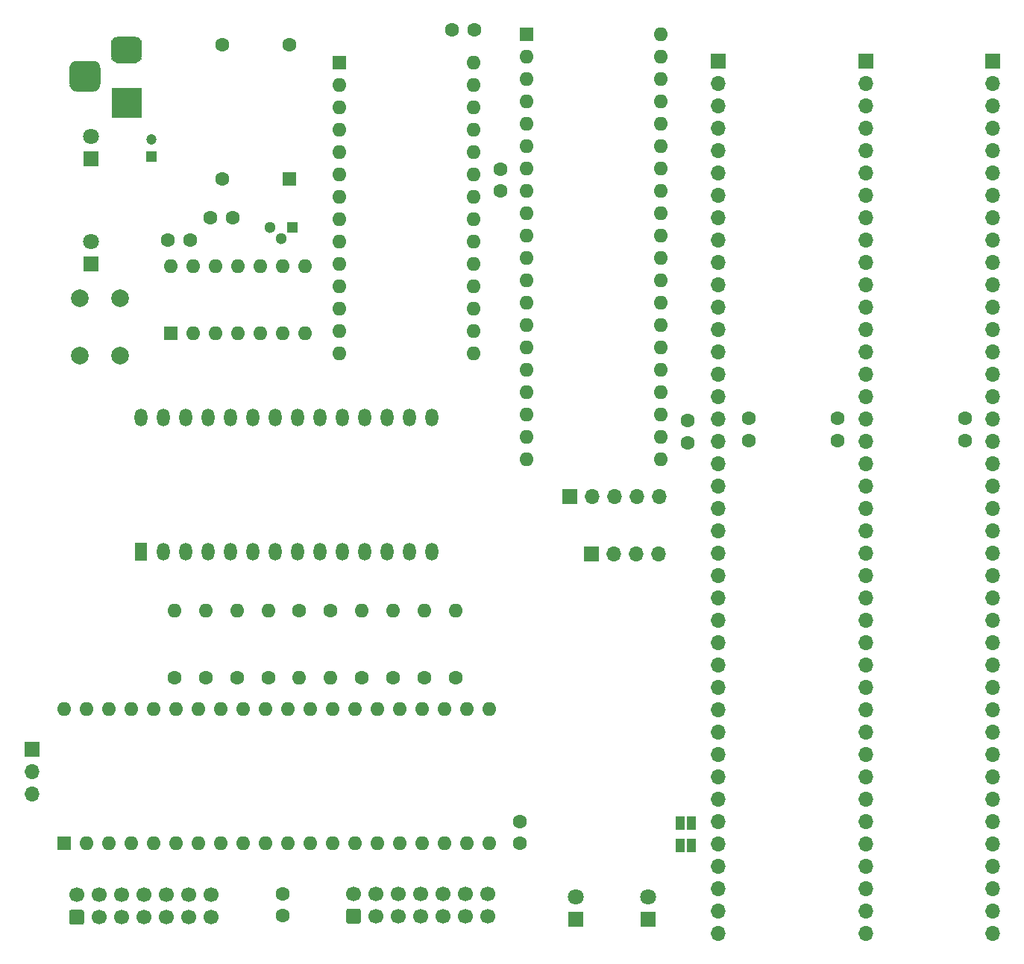
<source format=gbr>
G04 #@! TF.GenerationSoftware,KiCad,Pcbnew,(5.1.10)-1*
G04 #@! TF.CreationDate,2021-08-14T13:08:27-07:00*
G04 #@! TF.ProjectId,be6502x,62653635-3032-4782-9e6b-696361645f70,1*
G04 #@! TF.SameCoordinates,Original*
G04 #@! TF.FileFunction,Soldermask,Top*
G04 #@! TF.FilePolarity,Negative*
%FSLAX46Y46*%
G04 Gerber Fmt 4.6, Leading zero omitted, Abs format (unit mm)*
G04 Created by KiCad (PCBNEW (5.1.10)-1) date 2021-08-14 13:08:27*
%MOMM*%
%LPD*%
G01*
G04 APERTURE LIST*
%ADD10C,1.600000*%
%ADD11C,1.700000*%
%ADD12C,2.000000*%
%ADD13O,1.600000X1.600000*%
%ADD14O,1.700000X1.700000*%
%ADD15R,1.700000X1.700000*%
%ADD16R,1.000000X1.500000*%
%ADD17R,1.600000X1.600000*%
%ADD18R,1.300000X1.300000*%
%ADD19C,1.300000*%
%ADD20O,1.440000X2.000000*%
%ADD21R,1.440000X2.000000*%
%ADD22R,3.500000X3.500000*%
%ADD23C,1.800000*%
%ADD24R,1.800000X1.800000*%
%ADD25C,1.200000*%
%ADD26R,1.200000X1.200000*%
%ADD27C,0.152400*%
G04 APERTURE END LIST*
D10*
X110744000Y-87289000D03*
X110744000Y-89789000D03*
X127762000Y-87035000D03*
X127762000Y-89535000D03*
D11*
X88074500Y-141034000D03*
X85534500Y-141034000D03*
X82994500Y-141034000D03*
X80454500Y-141034000D03*
X77914500Y-141034000D03*
X75374500Y-141034000D03*
X72834500Y-141034000D03*
X88074500Y-143574000D03*
X85534500Y-143574000D03*
X82994500Y-143574000D03*
X80454500Y-143574000D03*
X77914500Y-143574000D03*
X75374500Y-143574000D03*
G36*
G01*
X73434500Y-144424000D02*
X72234500Y-144424000D01*
G75*
G02*
X71984500Y-144174000I0J250000D01*
G01*
X71984500Y-142974000D01*
G75*
G02*
X72234500Y-142724000I250000J0D01*
G01*
X73434500Y-142724000D01*
G75*
G02*
X73684500Y-142974000I0J-250000D01*
G01*
X73684500Y-144174000D01*
G75*
G02*
X73434500Y-144424000I-250000J0D01*
G01*
G37*
X56642000Y-141160000D03*
X54102000Y-141160000D03*
X51562000Y-141160000D03*
X49022000Y-141160000D03*
X46482000Y-141160000D03*
X43942000Y-141160000D03*
X41402000Y-141160000D03*
X56642000Y-143700000D03*
X54102000Y-143700000D03*
X51562000Y-143700000D03*
X49022000Y-143700000D03*
X46482000Y-143700000D03*
X43942000Y-143700000D03*
G36*
G01*
X42002000Y-144550000D02*
X40802000Y-144550000D01*
G75*
G02*
X40552000Y-144300000I0J250000D01*
G01*
X40552000Y-143100000D01*
G75*
G02*
X40802000Y-142850000I250000J0D01*
G01*
X42002000Y-142850000D01*
G75*
G02*
X42252000Y-143100000I0J-250000D01*
G01*
X42252000Y-144300000D01*
G75*
G02*
X42002000Y-144550000I-250000J0D01*
G01*
G37*
D12*
X41803500Y-73383000D03*
X46303500Y-73383000D03*
X41803500Y-79883000D03*
X46303500Y-79883000D03*
D13*
X70223900Y-116459000D03*
D10*
X70223900Y-108839000D03*
D13*
X66682100Y-116459000D03*
D10*
X66682100Y-108839000D03*
D14*
X36322000Y-129731000D03*
X36322000Y-127191000D03*
D15*
X36322000Y-124651000D03*
D16*
X109904000Y-135572000D03*
X111204000Y-135572000D03*
X109904000Y-132969000D03*
X111204000Y-132969000D03*
D14*
X107516000Y-95948500D03*
X104976000Y-95948500D03*
X102436000Y-95948500D03*
X99896000Y-95948500D03*
D15*
X97356000Y-95948500D03*
D14*
X107476000Y-102426000D03*
X104936000Y-102426000D03*
X102396000Y-102426000D03*
D15*
X99856000Y-102426000D03*
D10*
X65532000Y-44640500D03*
X57912000Y-44640500D03*
X57912000Y-59880500D03*
D17*
X65532000Y-59880500D03*
D13*
X52070000Y-69786500D03*
X67310000Y-77406500D03*
X54610000Y-69786500D03*
X64770000Y-77406500D03*
X57150000Y-69786500D03*
X62230000Y-77406500D03*
X59690000Y-69786500D03*
X59690000Y-77406500D03*
X62230000Y-69786500D03*
X57150000Y-77406500D03*
X64770000Y-69786500D03*
X54610000Y-77406500D03*
X67310000Y-69786500D03*
D17*
X52070000Y-77406500D03*
D18*
X65913000Y-65341500D03*
D19*
X63373000Y-65341500D03*
X64643000Y-66611500D03*
D14*
X145381000Y-145542000D03*
X145381000Y-143002000D03*
X145381000Y-140462000D03*
X145381000Y-137922000D03*
X145381000Y-135382000D03*
X145381000Y-132842000D03*
X145381000Y-130302000D03*
X145381000Y-127762000D03*
X145381000Y-125222000D03*
X145381000Y-122682000D03*
X145381000Y-120142000D03*
X145381000Y-117602000D03*
X145381000Y-115062000D03*
X145381000Y-112522000D03*
X145381000Y-109982000D03*
X145381000Y-107442000D03*
X145381000Y-104902000D03*
X145381000Y-102362000D03*
X145381000Y-99822000D03*
X145381000Y-97282000D03*
X145381000Y-94742000D03*
X145381000Y-92202000D03*
X145381000Y-89662000D03*
X145381000Y-87122000D03*
X145381000Y-84582000D03*
X145381000Y-82042000D03*
X145381000Y-79502000D03*
X145381000Y-76962000D03*
X145381000Y-74422000D03*
X145381000Y-71882000D03*
X145381000Y-69342000D03*
X145381000Y-66802000D03*
X145381000Y-64262000D03*
X145381000Y-61722000D03*
X145381000Y-59182000D03*
X145381000Y-56642000D03*
X145381000Y-54102000D03*
X145381000Y-51562000D03*
X145381000Y-49022000D03*
D15*
X145381000Y-46482000D03*
D14*
X130968000Y-145542000D03*
X130968000Y-143002000D03*
X130968000Y-140462000D03*
X130968000Y-137922000D03*
X130968000Y-135382000D03*
X130968000Y-132842000D03*
X130968000Y-130302000D03*
X130968000Y-127762000D03*
X130968000Y-125222000D03*
X130968000Y-122682000D03*
X130968000Y-120142000D03*
X130968000Y-117602000D03*
X130968000Y-115062000D03*
X130968000Y-112522000D03*
X130968000Y-109982000D03*
X130968000Y-107442000D03*
X130968000Y-104902000D03*
X130968000Y-102362000D03*
X130968000Y-99822000D03*
X130968000Y-97282000D03*
X130968000Y-94742000D03*
X130968000Y-92202000D03*
X130968000Y-89662000D03*
X130968000Y-87122000D03*
X130968000Y-84582000D03*
X130968000Y-82042000D03*
X130968000Y-79502000D03*
X130968000Y-76962000D03*
X130968000Y-74422000D03*
X130968000Y-71882000D03*
X130968000Y-69342000D03*
X130968000Y-66802000D03*
X130968000Y-64262000D03*
X130968000Y-61722000D03*
X130968000Y-59182000D03*
X130968000Y-56642000D03*
X130968000Y-54102000D03*
X130968000Y-51562000D03*
X130968000Y-49022000D03*
D15*
X130968000Y-46482000D03*
D13*
X40005000Y-120079000D03*
X88265000Y-135319000D03*
X42545000Y-120079000D03*
X85725000Y-135319000D03*
X45085000Y-120079000D03*
X83185000Y-135319000D03*
X47625000Y-120079000D03*
X80645000Y-135319000D03*
X50165000Y-120079000D03*
X78105000Y-135319000D03*
X52705000Y-120079000D03*
X75565000Y-135319000D03*
X55245000Y-120079000D03*
X73025000Y-135319000D03*
X57785000Y-120079000D03*
X70485000Y-135319000D03*
X60325000Y-120079000D03*
X67945000Y-135319000D03*
X62865000Y-120079000D03*
X65405000Y-135319000D03*
X65405000Y-120079000D03*
X62865000Y-135319000D03*
X67945000Y-120079000D03*
X60325000Y-135319000D03*
X70485000Y-120079000D03*
X57785000Y-135319000D03*
X73025000Y-120079000D03*
X55245000Y-135319000D03*
X75565000Y-120079000D03*
X52705000Y-135319000D03*
X78105000Y-120079000D03*
X50165000Y-135319000D03*
X80645000Y-120079000D03*
X47625000Y-135319000D03*
X83185000Y-120079000D03*
X45085000Y-135319000D03*
X85725000Y-120079000D03*
X42545000Y-135319000D03*
X88265000Y-120079000D03*
D17*
X40005000Y-135319000D03*
D13*
X86423500Y-46609000D03*
X71183500Y-79629000D03*
X86423500Y-49149000D03*
X71183500Y-77089000D03*
X86423500Y-51689000D03*
X71183500Y-74549000D03*
X86423500Y-54229000D03*
X71183500Y-72009000D03*
X86423500Y-56769000D03*
X71183500Y-69469000D03*
X86423500Y-59309000D03*
X71183500Y-66929000D03*
X86423500Y-61849000D03*
X71183500Y-64389000D03*
X86423500Y-64389000D03*
X71183500Y-61849000D03*
X86423500Y-66929000D03*
X71183500Y-59309000D03*
X86423500Y-69469000D03*
X71183500Y-56769000D03*
X86423500Y-72009000D03*
X71183500Y-54229000D03*
X86423500Y-74549000D03*
X71183500Y-51689000D03*
X86423500Y-77089000D03*
X71183500Y-49149000D03*
X86423500Y-79629000D03*
D17*
X71183500Y-46609000D03*
D20*
X81724500Y-86932000D03*
X81724500Y-102172000D03*
X79184500Y-86932000D03*
X79184500Y-102172000D03*
X76644500Y-86932000D03*
X76644500Y-102172000D03*
X74104500Y-86932000D03*
X74104500Y-102172000D03*
X71564500Y-86932000D03*
X71564500Y-102172000D03*
X69024500Y-86932000D03*
X69024500Y-102172000D03*
X66484500Y-86932000D03*
X66484500Y-102172000D03*
X63944500Y-86932000D03*
X63944500Y-102172000D03*
X61404500Y-86932000D03*
X61404500Y-102172000D03*
X58864500Y-86932000D03*
X58864500Y-102172000D03*
X56324500Y-86932000D03*
X56324500Y-102172000D03*
X53784500Y-86932000D03*
X53784500Y-102172000D03*
X51244500Y-86932000D03*
X51244500Y-102172000D03*
X48704500Y-86932000D03*
D21*
X48704500Y-102172000D03*
D13*
X107696000Y-43434000D03*
X92456000Y-91694000D03*
X107696000Y-45974000D03*
X92456000Y-89154000D03*
X107696000Y-48514000D03*
X92456000Y-86614000D03*
X107696000Y-51054000D03*
X92456000Y-84074000D03*
X107696000Y-53594000D03*
X92456000Y-81534000D03*
X107696000Y-56134000D03*
X92456000Y-78994000D03*
X107696000Y-58674000D03*
X92456000Y-76454000D03*
X107696000Y-61214000D03*
X92456000Y-73914000D03*
X107696000Y-63754000D03*
X92456000Y-71374000D03*
X107696000Y-66294000D03*
X92456000Y-68834000D03*
X107696000Y-68834000D03*
X92456000Y-66294000D03*
X107696000Y-71374000D03*
X92456000Y-63754000D03*
X107696000Y-73914000D03*
X92456000Y-61214000D03*
X107696000Y-76454000D03*
X92456000Y-58674000D03*
X107696000Y-78994000D03*
X92456000Y-56134000D03*
X107696000Y-81534000D03*
X92456000Y-53594000D03*
X107696000Y-84074000D03*
X92456000Y-51054000D03*
X107696000Y-86614000D03*
X92456000Y-48514000D03*
X107696000Y-89154000D03*
X92456000Y-45974000D03*
X107696000Y-91694000D03*
D17*
X92456000Y-43434000D03*
D13*
X80849600Y-108839000D03*
D10*
X80849600Y-116459000D03*
D13*
X84391500Y-108839000D03*
D10*
X84391500Y-116459000D03*
D13*
X63140200Y-108839000D03*
D10*
X63140200Y-116459000D03*
D13*
X56056400Y-108839000D03*
D10*
X56056400Y-116459000D03*
D13*
X52514500Y-108839000D03*
D10*
X52514500Y-116459000D03*
D13*
X59598300Y-108839000D03*
D10*
X59598300Y-116459000D03*
D13*
X73765800Y-108839000D03*
D10*
X73765800Y-116459000D03*
D13*
X77307700Y-108839000D03*
D10*
X77307700Y-116459000D03*
D14*
X114236000Y-145542000D03*
X114236000Y-143002000D03*
X114236000Y-140462000D03*
X114236000Y-137922000D03*
X114236000Y-135382000D03*
X114236000Y-132842000D03*
X114236000Y-130302000D03*
X114236000Y-127762000D03*
X114236000Y-125222000D03*
X114236000Y-122682000D03*
X114236000Y-120142000D03*
X114236000Y-117602000D03*
X114236000Y-115062000D03*
X114236000Y-112522000D03*
X114236000Y-109982000D03*
X114236000Y-107442000D03*
X114236000Y-104902000D03*
X114236000Y-102362000D03*
X114236000Y-99822000D03*
X114236000Y-97282000D03*
X114236000Y-94742000D03*
X114236000Y-92202000D03*
X114236000Y-89662000D03*
X114236000Y-87122000D03*
X114236000Y-84582000D03*
X114236000Y-82042000D03*
X114236000Y-79502000D03*
X114236000Y-76962000D03*
X114236000Y-74422000D03*
X114236000Y-71882000D03*
X114236000Y-69342000D03*
X114236000Y-66802000D03*
X114236000Y-64262000D03*
X114236000Y-61722000D03*
X114236000Y-59182000D03*
X114236000Y-56642000D03*
X114236000Y-54102000D03*
X114236000Y-51562000D03*
X114236000Y-49022000D03*
D15*
X114236000Y-46482000D03*
G36*
G01*
X41478500Y-46431000D02*
X43228500Y-46431000D01*
G75*
G02*
X44103500Y-47306000I0J-875000D01*
G01*
X44103500Y-49056000D01*
G75*
G02*
X43228500Y-49931000I-875000J0D01*
G01*
X41478500Y-49931000D01*
G75*
G02*
X40603500Y-49056000I0J875000D01*
G01*
X40603500Y-47306000D01*
G75*
G02*
X41478500Y-46431000I875000J0D01*
G01*
G37*
G36*
G01*
X46053500Y-43681000D02*
X48053500Y-43681000D01*
G75*
G02*
X48803500Y-44431000I0J-750000D01*
G01*
X48803500Y-45931000D01*
G75*
G02*
X48053500Y-46681000I-750000J0D01*
G01*
X46053500Y-46681000D01*
G75*
G02*
X45303500Y-45931000I0J750000D01*
G01*
X45303500Y-44431000D01*
G75*
G02*
X46053500Y-43681000I750000J0D01*
G01*
G37*
D22*
X47053500Y-51181000D03*
D23*
X43053500Y-66992500D03*
D24*
X43053500Y-69532500D03*
D23*
X106236000Y-141351000D03*
D24*
X106236000Y-143891000D03*
D23*
X98044000Y-141351000D03*
D24*
X98044000Y-143891000D03*
D23*
X43053500Y-54991000D03*
D24*
X43053500Y-57531000D03*
D10*
X91694000Y-132819000D03*
X91694000Y-135319000D03*
X64770000Y-141034000D03*
X64770000Y-143534000D03*
X59078500Y-64262000D03*
X56578500Y-64262000D03*
X117666000Y-87035000D03*
X117666000Y-89535000D03*
X142240000Y-87035000D03*
X142240000Y-89535000D03*
X84050500Y-42926000D03*
X86550500Y-42926000D03*
X89471500Y-58714000D03*
X89471500Y-61214000D03*
X54292500Y-66802000D03*
X51792500Y-66802000D03*
D25*
X49911000Y-55340500D03*
D26*
X49911000Y-57340500D03*
D27*
G36*
X44104665Y-49054374D02*
G01*
X44105500Y-49056000D01*
X44105500Y-49083053D01*
X44105490Y-49083249D01*
X44088969Y-49250993D01*
X44088893Y-49251378D01*
X44040824Y-49409838D01*
X44040674Y-49410200D01*
X43962616Y-49556236D01*
X43962398Y-49556562D01*
X43857346Y-49684569D01*
X43857069Y-49684846D01*
X43729062Y-49789898D01*
X43728736Y-49790116D01*
X43582700Y-49868174D01*
X43582338Y-49868324D01*
X43423878Y-49916393D01*
X43423493Y-49916469D01*
X43255749Y-49932990D01*
X43255553Y-49933000D01*
X43228500Y-49933000D01*
X43226768Y-49932000D01*
X43226768Y-49930000D01*
X43228304Y-49929010D01*
X43398809Y-49912217D01*
X43562579Y-49862538D01*
X43713508Y-49781865D01*
X43845797Y-49673297D01*
X43954365Y-49541008D01*
X44035038Y-49390079D01*
X44084717Y-49226309D01*
X44101510Y-49055804D01*
X44102675Y-49054178D01*
X44104665Y-49054374D01*
G37*
G36*
X40605490Y-49055804D02*
G01*
X40622283Y-49226309D01*
X40671962Y-49390079D01*
X40752635Y-49541008D01*
X40861203Y-49673297D01*
X40993492Y-49781865D01*
X41144421Y-49862538D01*
X41308191Y-49912217D01*
X41478696Y-49929010D01*
X41480322Y-49930175D01*
X41480126Y-49932165D01*
X41478500Y-49933000D01*
X41451447Y-49933000D01*
X41451251Y-49932990D01*
X41283507Y-49916469D01*
X41283122Y-49916393D01*
X41124662Y-49868324D01*
X41124300Y-49868174D01*
X40978264Y-49790116D01*
X40977938Y-49789898D01*
X40849931Y-49684846D01*
X40849654Y-49684569D01*
X40744602Y-49556562D01*
X40744384Y-49556236D01*
X40666326Y-49410200D01*
X40666176Y-49409838D01*
X40618107Y-49251378D01*
X40618031Y-49250993D01*
X40601510Y-49083249D01*
X40601500Y-49083053D01*
X40601500Y-49056000D01*
X40602500Y-49054268D01*
X40604500Y-49054268D01*
X40605490Y-49055804D01*
G37*
G36*
X41480232Y-46430000D02*
G01*
X41480232Y-46432000D01*
X41478696Y-46432990D01*
X41308191Y-46449783D01*
X41144421Y-46499462D01*
X40993492Y-46580135D01*
X40861203Y-46688703D01*
X40752635Y-46820992D01*
X40671962Y-46971921D01*
X40622283Y-47135691D01*
X40605490Y-47306196D01*
X40604325Y-47307822D01*
X40602335Y-47307626D01*
X40601500Y-47306000D01*
X40601500Y-47278947D01*
X40601510Y-47278751D01*
X40618031Y-47111007D01*
X40618107Y-47110622D01*
X40666176Y-46952162D01*
X40666326Y-46951800D01*
X40744384Y-46805764D01*
X40744602Y-46805438D01*
X40849654Y-46677431D01*
X40849931Y-46677154D01*
X40977938Y-46572102D01*
X40978264Y-46571884D01*
X41124300Y-46493826D01*
X41124662Y-46493676D01*
X41283122Y-46445607D01*
X41283507Y-46445531D01*
X41451251Y-46429010D01*
X41451447Y-46429000D01*
X41478500Y-46429000D01*
X41480232Y-46430000D01*
G37*
G36*
X43255749Y-46429010D02*
G01*
X43423493Y-46445531D01*
X43423878Y-46445607D01*
X43582338Y-46493676D01*
X43582700Y-46493826D01*
X43728736Y-46571884D01*
X43729062Y-46572102D01*
X43857069Y-46677154D01*
X43857346Y-46677431D01*
X43962398Y-46805438D01*
X43962616Y-46805764D01*
X44040674Y-46951800D01*
X44040824Y-46952162D01*
X44088893Y-47110622D01*
X44088969Y-47111007D01*
X44105490Y-47278751D01*
X44105500Y-47278947D01*
X44105500Y-47306000D01*
X44104500Y-47307732D01*
X44102500Y-47307732D01*
X44101510Y-47306196D01*
X44084717Y-47135691D01*
X44035038Y-46971921D01*
X43954365Y-46820992D01*
X43845797Y-46688703D01*
X43713508Y-46580135D01*
X43562579Y-46499462D01*
X43398809Y-46449783D01*
X43228304Y-46432990D01*
X43226678Y-46431825D01*
X43226874Y-46429835D01*
X43228500Y-46429000D01*
X43255553Y-46429000D01*
X43255749Y-46429010D01*
G37*
G36*
X45305490Y-45930804D02*
G01*
X45319881Y-46076923D01*
X45362447Y-46217244D01*
X45431569Y-46346562D01*
X45524591Y-46459909D01*
X45637938Y-46552931D01*
X45767256Y-46622053D01*
X45907577Y-46664619D01*
X46053696Y-46679010D01*
X46055322Y-46680175D01*
X46055126Y-46682165D01*
X46053500Y-46683000D01*
X46026447Y-46683000D01*
X46026251Y-46682990D01*
X45882894Y-46668871D01*
X45882509Y-46668795D01*
X45747499Y-46627840D01*
X45747137Y-46627690D01*
X45622709Y-46561181D01*
X45622383Y-46560963D01*
X45513319Y-46471458D01*
X45513042Y-46471181D01*
X45423537Y-46362117D01*
X45423319Y-46361791D01*
X45356810Y-46237363D01*
X45356660Y-46237001D01*
X45315705Y-46101991D01*
X45315629Y-46101606D01*
X45301510Y-45958249D01*
X45301500Y-45958053D01*
X45301500Y-45931000D01*
X45302500Y-45929268D01*
X45304500Y-45929268D01*
X45305490Y-45930804D01*
G37*
G36*
X48804665Y-45929374D02*
G01*
X48805500Y-45931000D01*
X48805500Y-45958053D01*
X48805490Y-45958249D01*
X48791371Y-46101606D01*
X48791295Y-46101991D01*
X48750340Y-46237001D01*
X48750190Y-46237363D01*
X48683681Y-46361791D01*
X48683463Y-46362117D01*
X48593958Y-46471181D01*
X48593681Y-46471458D01*
X48484617Y-46560963D01*
X48484291Y-46561181D01*
X48359863Y-46627690D01*
X48359501Y-46627840D01*
X48224491Y-46668795D01*
X48224106Y-46668871D01*
X48080749Y-46682990D01*
X48080553Y-46683000D01*
X48053500Y-46683000D01*
X48051768Y-46682000D01*
X48051768Y-46680000D01*
X48053304Y-46679010D01*
X48199423Y-46664619D01*
X48339744Y-46622053D01*
X48469062Y-46552931D01*
X48582409Y-46459909D01*
X48675431Y-46346562D01*
X48744553Y-46217244D01*
X48787119Y-46076923D01*
X48801510Y-45930804D01*
X48802675Y-45929178D01*
X48804665Y-45929374D01*
G37*
G36*
X46055232Y-43680000D02*
G01*
X46055232Y-43682000D01*
X46053696Y-43682990D01*
X45907577Y-43697381D01*
X45767256Y-43739947D01*
X45637938Y-43809069D01*
X45524591Y-43902091D01*
X45431569Y-44015438D01*
X45362447Y-44144756D01*
X45319881Y-44285077D01*
X45305490Y-44431196D01*
X45304325Y-44432822D01*
X45302335Y-44432626D01*
X45301500Y-44431000D01*
X45301500Y-44403947D01*
X45301510Y-44403751D01*
X45315629Y-44260394D01*
X45315705Y-44260009D01*
X45356660Y-44124999D01*
X45356810Y-44124637D01*
X45423319Y-44000209D01*
X45423537Y-43999883D01*
X45513042Y-43890819D01*
X45513319Y-43890542D01*
X45622383Y-43801037D01*
X45622709Y-43800819D01*
X45747137Y-43734310D01*
X45747499Y-43734160D01*
X45882509Y-43693205D01*
X45882894Y-43693129D01*
X46026251Y-43679010D01*
X46026447Y-43679000D01*
X46053500Y-43679000D01*
X46055232Y-43680000D01*
G37*
G36*
X48080749Y-43679010D02*
G01*
X48224106Y-43693129D01*
X48224491Y-43693205D01*
X48359501Y-43734160D01*
X48359863Y-43734310D01*
X48484291Y-43800819D01*
X48484617Y-43801037D01*
X48593681Y-43890542D01*
X48593958Y-43890819D01*
X48683463Y-43999883D01*
X48683681Y-44000209D01*
X48750190Y-44124637D01*
X48750340Y-44124999D01*
X48791295Y-44260009D01*
X48791371Y-44260394D01*
X48805490Y-44403751D01*
X48805500Y-44403947D01*
X48805500Y-44431000D01*
X48804500Y-44432732D01*
X48802500Y-44432732D01*
X48801510Y-44431196D01*
X48787119Y-44285077D01*
X48744553Y-44144756D01*
X48675431Y-44015438D01*
X48582409Y-43902091D01*
X48469062Y-43809069D01*
X48339744Y-43739947D01*
X48199423Y-43697381D01*
X48053304Y-43682990D01*
X48051678Y-43681825D01*
X48051874Y-43679835D01*
X48053500Y-43679000D01*
X48080553Y-43679000D01*
X48080749Y-43679010D01*
G37*
M02*

</source>
